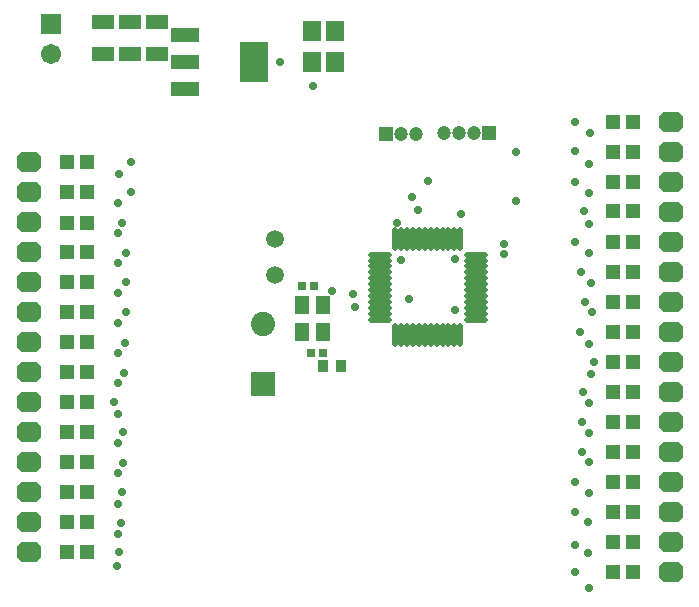
<source format=gts>
G04*
G04 #@! TF.GenerationSoftware,Altium Limited,Altium Designer,22.3.1 (43)*
G04*
G04 Layer_Color=8388736*
%FSLAX25Y25*%
%MOIN*%
G70*
G04*
G04 #@! TF.SameCoordinates,37EF6849-63C4-43C5-BECF-61DC3FF8894A*
G04*
G04*
G04 #@! TF.FilePolarity,Negative*
G04*
G01*
G75*
%ADD27O,0.07887X0.01981*%
%ADD28O,0.01981X0.07887*%
%ADD29R,0.03556X0.04343*%
%ADD30R,0.03162X0.02769*%
%ADD31R,0.05131X0.05918*%
%ADD32R,0.04737X0.05131*%
%ADD33R,0.07493X0.05131*%
%ADD34R,0.09265X0.04540*%
%ADD35R,0.09265X0.13595*%
%ADD36R,0.05918X0.07099*%
%ADD37R,0.04737X0.04737*%
%ADD38C,0.04737*%
%ADD39C,0.05918*%
%ADD40C,0.08083*%
%ADD41R,0.08083X0.08083*%
G04:AMPARAMS|DCode=42|XSize=83mil|YSize=68mil|CornerRadius=0mil|HoleSize=0mil|Usage=FLASHONLY|Rotation=180.000|XOffset=0mil|YOffset=0mil|HoleType=Round|Shape=Octagon|*
%AMOCTAGOND42*
4,1,8,-0.04150,0.01700,-0.04150,-0.01700,-0.02450,-0.03400,0.02450,-0.03400,0.04150,-0.01700,0.04150,0.01700,0.02450,0.03400,-0.02450,0.03400,-0.04150,0.01700,0.0*
%
%ADD42OCTAGOND42*%

%ADD43R,0.06706X0.06706*%
%ADD44C,0.06706*%
%ADD45C,0.02800*%
D27*
X127039Y153890D02*
D03*
Y151921D02*
D03*
Y149953D02*
D03*
Y147984D02*
D03*
Y146016D02*
D03*
Y144047D02*
D03*
Y142079D02*
D03*
Y140110D02*
D03*
Y138142D02*
D03*
Y136173D02*
D03*
Y134205D02*
D03*
Y132236D02*
D03*
X158929D02*
D03*
Y134205D02*
D03*
Y136173D02*
D03*
Y138142D02*
D03*
Y140110D02*
D03*
Y142079D02*
D03*
Y144047D02*
D03*
Y146016D02*
D03*
Y147984D02*
D03*
Y149953D02*
D03*
Y151921D02*
D03*
Y153890D02*
D03*
D28*
X132157Y127118D02*
D03*
X134126D02*
D03*
X136094D02*
D03*
X138063D02*
D03*
X140031D02*
D03*
X142000D02*
D03*
X143968D02*
D03*
X145937D02*
D03*
X147905D02*
D03*
X149874D02*
D03*
X151843D02*
D03*
X153811D02*
D03*
Y159008D02*
D03*
X151843D02*
D03*
X149874D02*
D03*
X147905D02*
D03*
X145937D02*
D03*
X143968D02*
D03*
X142000D02*
D03*
X140031D02*
D03*
X138063D02*
D03*
X136094D02*
D03*
X134126D02*
D03*
X132157D02*
D03*
D29*
X113991Y116818D02*
D03*
X108085D02*
D03*
D30*
Y121062D02*
D03*
X104148D02*
D03*
X104935Y143306D02*
D03*
X100998D02*
D03*
D31*
X108085Y128035D02*
D03*
Y137090D02*
D03*
X100998Y128035D02*
D03*
Y137090D02*
D03*
D32*
X29406Y184700D02*
D03*
X22713D02*
D03*
X29406Y174700D02*
D03*
X22713D02*
D03*
X29406Y164500D02*
D03*
X22713D02*
D03*
X29406Y154700D02*
D03*
X22713D02*
D03*
X29406Y144700D02*
D03*
X22713D02*
D03*
X29406Y134700D02*
D03*
X22713D02*
D03*
X29406Y124700D02*
D03*
X22713D02*
D03*
X29406Y114700D02*
D03*
X22713D02*
D03*
X29406Y104700D02*
D03*
X22713D02*
D03*
X29406Y94700D02*
D03*
X22713D02*
D03*
X29406Y84700D02*
D03*
X22713D02*
D03*
X29406Y74700D02*
D03*
X22713D02*
D03*
X29406Y64700D02*
D03*
X22713D02*
D03*
X29546Y54800D02*
D03*
X22853D02*
D03*
X204754Y198200D02*
D03*
X211446D02*
D03*
X204754Y188200D02*
D03*
X211446D02*
D03*
X204754Y178200D02*
D03*
X211446D02*
D03*
X204754Y168300D02*
D03*
X211446D02*
D03*
X204754Y158200D02*
D03*
X211446D02*
D03*
X204754Y148200D02*
D03*
X211446D02*
D03*
X204754Y138200D02*
D03*
X211446D02*
D03*
X204754Y128200D02*
D03*
X211446D02*
D03*
X204754Y118200D02*
D03*
X211446D02*
D03*
X204754Y108200D02*
D03*
X211446D02*
D03*
X204754Y98200D02*
D03*
X211446D02*
D03*
X204754Y88200D02*
D03*
X211446D02*
D03*
X204754Y78200D02*
D03*
X211446D02*
D03*
X204754Y68200D02*
D03*
X211446D02*
D03*
X204754Y58200D02*
D03*
X211446D02*
D03*
X204754Y48000D02*
D03*
X211446D02*
D03*
D33*
X34600Y231430D02*
D03*
Y220800D02*
D03*
X43600Y231430D02*
D03*
Y220800D02*
D03*
X52600Y231430D02*
D03*
Y220800D02*
D03*
D34*
X62165Y209045D02*
D03*
Y227155D02*
D03*
Y218100D02*
D03*
D35*
X85000D02*
D03*
D36*
X112040Y228400D02*
D03*
X104560D02*
D03*
Y218100D02*
D03*
X112040D02*
D03*
D37*
X128976Y194170D02*
D03*
X163347Y194488D02*
D03*
D38*
X133976Y194170D02*
D03*
X138976D02*
D03*
X148346Y194488D02*
D03*
X153347D02*
D03*
X158346D02*
D03*
D39*
X92042Y159165D02*
D03*
Y146960D02*
D03*
D40*
X88098Y130862D02*
D03*
D41*
Y110862D02*
D03*
D42*
X10100Y184700D02*
D03*
Y174700D02*
D03*
Y164700D02*
D03*
Y154700D02*
D03*
Y144700D02*
D03*
Y134700D02*
D03*
Y124700D02*
D03*
Y114700D02*
D03*
Y104700D02*
D03*
Y94700D02*
D03*
Y84700D02*
D03*
Y74700D02*
D03*
Y64700D02*
D03*
Y54700D02*
D03*
X223900Y198200D02*
D03*
Y188200D02*
D03*
Y178200D02*
D03*
Y168200D02*
D03*
Y158200D02*
D03*
Y148200D02*
D03*
Y138200D02*
D03*
Y128200D02*
D03*
Y118200D02*
D03*
Y108200D02*
D03*
Y98200D02*
D03*
Y88200D02*
D03*
Y78200D02*
D03*
Y68200D02*
D03*
Y58200D02*
D03*
Y48200D02*
D03*
D43*
X17300Y230800D02*
D03*
D44*
Y220800D02*
D03*
D45*
X172244Y187992D02*
D03*
X172441Y171628D02*
D03*
X142913Y178347D02*
D03*
X154033Y167326D02*
D03*
X132874Y164567D02*
D03*
X139810Y168701D02*
D03*
X137598Y173031D02*
D03*
X118778Y136341D02*
D03*
X152042Y152562D02*
D03*
X134098Y152162D02*
D03*
X151942Y135362D02*
D03*
X111198Y141662D02*
D03*
X118013Y140852D02*
D03*
X136742Y139062D02*
D03*
X168307Y157480D02*
D03*
Y154134D02*
D03*
X40748Y64567D02*
D03*
X41535Y84449D02*
D03*
X39567Y81132D02*
D03*
X42323Y154528D02*
D03*
Y144882D02*
D03*
Y134646D02*
D03*
X41929Y124409D02*
D03*
X41732Y114567D02*
D03*
X41535Y94685D02*
D03*
X40945Y74606D02*
D03*
X192216Y158200D02*
D03*
X195086Y168497D02*
D03*
X196653Y164173D02*
D03*
X192216Y178200D02*
D03*
X193898Y148228D02*
D03*
X197244Y144291D02*
D03*
X193590Y128200D02*
D03*
X196457Y54528D02*
D03*
X192126Y48031D02*
D03*
X196653Y42650D02*
D03*
X192216Y78140D02*
D03*
X196457Y64631D02*
D03*
X196653Y74572D02*
D03*
Y94317D02*
D03*
X196850Y84632D02*
D03*
Y104528D02*
D03*
X197279Y114173D02*
D03*
X196653Y124213D02*
D03*
X197580Y134632D02*
D03*
X195381Y138200D02*
D03*
X196653Y154331D02*
D03*
Y174409D02*
D03*
X192216Y198200D02*
D03*
X196653Y184252D02*
D03*
X197014Y194468D02*
D03*
X194710Y108200D02*
D03*
X198435Y118200D02*
D03*
X192178Y188263D02*
D03*
X192216Y68200D02*
D03*
X194434Y88200D02*
D03*
Y98200D02*
D03*
X192199Y57211D02*
D03*
X39764Y151131D02*
D03*
X41013Y164500D02*
D03*
X43898Y174803D02*
D03*
X39961Y180905D02*
D03*
X39764Y171132D02*
D03*
X38470Y104700D02*
D03*
X43898Y184646D02*
D03*
X39567Y111024D02*
D03*
Y100787D02*
D03*
Y70669D02*
D03*
Y60827D02*
D03*
X40106Y54800D02*
D03*
X39370Y50000D02*
D03*
X39764Y160932D02*
D03*
Y141131D02*
D03*
X39567Y131131D02*
D03*
X39764Y121132D02*
D03*
X39567Y91132D02*
D03*
X104700Y210100D02*
D03*
X93700Y218000D02*
D03*
M02*

</source>
